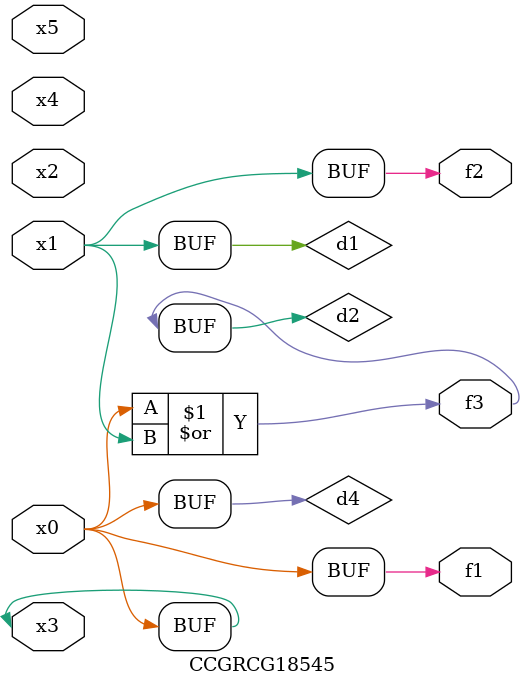
<source format=v>
module CCGRCG18545(
	input x0, x1, x2, x3, x4, x5,
	output f1, f2, f3
);

	wire d1, d2, d3, d4;

	and (d1, x1);
	or (d2, x0, x1);
	nand (d3, x0, x5);
	buf (d4, x0, x3);
	assign f1 = d4;
	assign f2 = d1;
	assign f3 = d2;
endmodule

</source>
